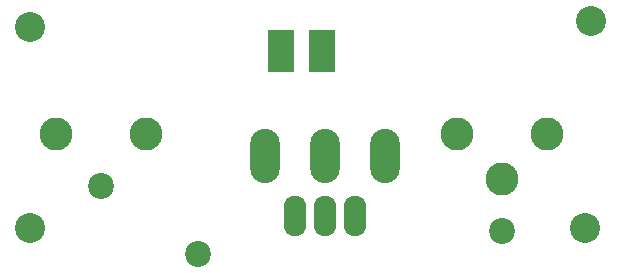
<source format=gts>
G04 #@! TF.FileFunction,Soldermask,Top*
%FSLAX46Y46*%
G04 Gerber Fmt 4.6, Leading zero omitted, Abs format (unit mm)*
G04 Created by KiCad (PCBNEW 4.0.6) date 05/24/17 17:40:23*
%MOMM*%
%LPD*%
G01*
G04 APERTURE LIST*
%ADD10C,0.100000*%
%ADD11O,2.495500X4.591000*%
%ADD12C,2.797760*%
%ADD13C,2.198320*%
%ADD14C,2.540000*%
%ADD15O,1.924000X3.448000*%
%ADD16R,2.178000X3.549600*%
G04 APERTURE END LIST*
D10*
D11*
X124080000Y-102920000D03*
X119000000Y-102920000D03*
X113920000Y-102920000D03*
D12*
X130190000Y-101000000D03*
X137810000Y-101000000D03*
X134000000Y-104810000D03*
D13*
X134000000Y-109255000D03*
D12*
X103810000Y-101000000D03*
X96190000Y-101000000D03*
D13*
X100000000Y-105447540D03*
X108249920Y-111160000D03*
D14*
X141500000Y-91500000D03*
X94000000Y-92000000D03*
X94000000Y-109000000D03*
X141000000Y-109000000D03*
D15*
X116460000Y-108000000D03*
X119000000Y-108000000D03*
X121540000Y-108000000D03*
D16*
X115285500Y-94000000D03*
X118714500Y-94000000D03*
M02*

</source>
